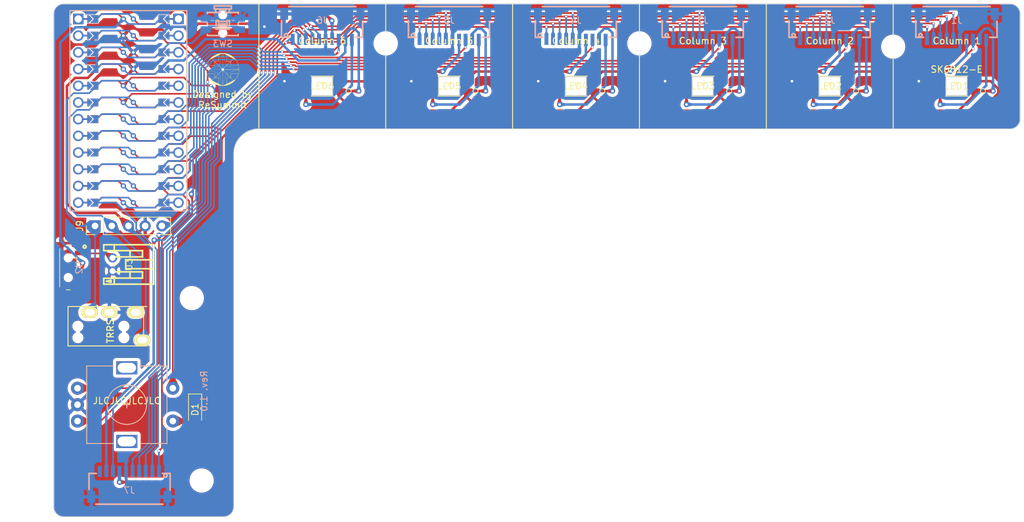
<source format=kicad_pcb>
(kicad_pcb (version 20221018) (generator pcbnew)
  (layers (0 "F.Cu" signal) (31 "B.Cu" signal) (34 "B.Paste" user) (35 "F.Paste" user) (36 "B.SilkS" user "B.Silkscreen") (37 "F.SilkS" user "F.Silkscreen") (38 "B.Mask" user) (39 "F.Mask" user) (44 "Edge.Cuts" user))
  (net 0 "")
  (net 1 "GND")
  (net 2 "/Row1")
  (net 3 "/Row2")
  (net 4 "/Row3")
  (net 5 "/Row4")
  (net 6 "/V+")
  (net 7 "SCL")
  (net 8 "SDA")
  (net 9 "/RGB_In1")
  (net 10 "/Col_In1")
  (net 11 "/Col_In2")
  (net 12 "/Col_In3")
  (net 13 "/Col_In4")
  (net 14 "/Col_In5")
  (net 15 "/Col_In6")
  (net 16 "/V_bat")
  (net 17 "RESET")
  (net 18 "ENCA")
  (net 19 "ENCB")
  (net 20 "/RGB_Out1")
  (net 21 "/RGB_In2")
  (net 22 "/RGB_Out2")
  (net 23 "/RGB_In3")
  (net 24 "/RGB_Out3")
  (net 25 "/RGB_In4")
  (net 26 "/RGB_Out4")
  (net 27 "/RGB_In5")
  (net 28 "/RGB_Out5")
  (net 29 "/RGB_In6")
  (net 30 "/RGB_Out6")
  (net 32 "/RGB_In7")
  (net 33 "Net-(U2-PadL2)")
  (net 34 "Net-(D1-A)")
  (net 35 "CS")
  (net 36 "/Col_InT")
  (net 37 "/RGB_Out7")
  (net 38 "/Row5")
  (footprint "Seismos-libs:Hole_M3_3.2mm" (layer "F.Cu") (at 51 64.75)
    (fp_text reference "")
    (fp_text value "Hole_M3_3.2mm")
  )
  (footprint "Seismos-libs:RotaryEncoder_Alps_EC11E-Switch_Vertical_H20mm-keebio_modified" (layer "F.Cu") (at 41.11 80.96)
    (fp_text reference "SW1" hide)
    (fp_text value "RotaryEncoder_Switch")
  )
  (footprint "Seismos-libs:MJ-4PP-9" (layer "F.Cu") (at 32.17 69.025 90)
    (fp_text reference "J8")
    (fp_text value "MJ-4PP-9-Lily58" hide)
  )
  (footprint "Connector_PinHeader_2.54mm:PinHeader_1x05_P2.54mm_Vertical" (layer "F.Cu") (at 36.284 53.766 90)
    (fp_text reference "J9")
    (fp_text value "Conn_01x05_Pin")
  )
  (footprint "Seismos-libs:SW_PCM12SMTR" (layer "F.Cu") (at 32.2 60.132 -90)
    (fp_text reference "U2")
    (fp_text value "MSK-12C02_SMD_SPDT_SWITCH")
  )
  (footprint "Seismos-libs:CONN-TH_S2B-PH-K-S-GW" (layer "F.Cu") (at 38.9495 59.632 -90)
    (fp_text reference "U3")
    (fp_text value "S2B-PH-K-S-GW")
  )
  (footprint "Seismos-libs:Hole_M3_3.2mm" (layer "F.Cu") (at 80.5 26)
    (fp_text reference "")
    (fp_text value "Hole_M3_3.2mm")
  )
  (footprint "keyboard_reversible:ProMicro" (layer "F.Cu") (at 41.35 36.256 -90)
    (fp_text reference "U1" hide)
    (fp_text value "ProMicro_2-Lily58-cache-Lily58_Pro-rescue")
  )
  (footprint "Seismos-libs:Hole_M3_3.2mm" (layer "F.Cu") (at 157.7 26.5)
    (fp_text reference "")
    (fp_text value "Hole_M3_3.2mm")
  )
  (footprint "Seismos-libs:Hole_M3_3.2mm" (layer "F.Cu") (at 52.5 92.5 180)
    (fp_text reference "")
    (fp_text value "Hole_M3_3.2mm")
  )
  (footprint "Seismos-libs:ReSummit_Logo" (layer "F.Cu") (at 55.7 29.975)
    (fp_text reference "G***" hide)
    (fp_text value "LOGO" hide)
  )
  (footprint "Seismos-libs:Hole_M3_3.2mm" (layer "F.Cu") (at 119.1 26)
    (fp_text reference "")
    (fp_text value "Hole_M3_3.2mm")
  )
  (footprint "Diode_SMD:D_SOD-123" (layer "F.Cu") (at 51.5 81.7 -90)
    (fp_text reference "D1")
    (fp_text value "1N4148W")
  )
  (footprint "Seismos-libs:SK6812-E" (layer "B.Cu") (at 70.85 32.5)
    (fp_text reference "LED6")
    (fp_text value "SK6812-E")
    (fp_rect (start -1.6256 1.4224) (end 1.5748 -1.4224) (stroke (width 0.12)) (fill none) (layer "Edge.Cuts"))
  )
  (footprint "Seismos-libs:SK6812-E" (layer "B.Cu") (at 167.35 32.5)
    (fp_text reference "LED1")
    (fp_text value "SK6812-E")
    (fp_rect (start -1.6256 1.4224) (end 1.5748 -1.4224) (stroke (width 0.12)) (fill none) (layer "Edge.Cuts"))
  )
  (footprint "Seismos-libs:CONN-SMD_10P-P1.00_SM10B-SRSS-TB-LF-SN" (layer "B.Cu") (at 70.85 21.5)
    (fp_text reference "J6")
    (fp_text value "SM09B-SRSS-TB(LF)(SN)")
  )
  (footprint "Seismos-libs:SK6812-E" (layer "B.Cu") (at 128.75 32.5)
    (fp_text reference "LED3")
    (fp_text value "SK6812-E")
    (fp_rect (start -1.6256 1.4224) (end 1.5748 -1.4224) (stroke (width 0.12)) (fill none) (layer "Edge.Cuts"))
  )
  (footprint "Seismos-libs:SK6812-E" (layer "B.Cu") (at 109.45 32.5)
    (fp_text reference "LED4")
    (fp_text value "SK6812-E")
    (fp_rect (start -1.6256 1.4224) (end 1.5748 -1.4224) (stroke (width 0.12)) (fill none) (layer "Edge.Cuts"))
  )
  (footprint "Seismos-libs:CONN-SMD_10P-P1.00_SM10B-SRSS-TB-LF-SN" (layer "B.Cu") (at 90.15 21.5)
    (fp_text reference "J5")
    (fp_text value "SM09B-SRSS-TB(LF)(SN)")
  )
  (footprint "Seismos-libs:SW-SMD_EVQPUD02K" (layer "B.Cu") (at 55.7125 23.0495 90)
    (fp_text reference "SW3")
    (fp_text value "EVQPUC02K")
  )
  (footprint "Seismos-libs:CONN-SMD_10P-P1.00_SM10B-SRSS-TB-LF-SN" (layer "B.Cu") (at 41.5 95 180)
    (fp_text reference "J7")
    (fp_text value "SM09B-SRSS-TB(LF)(SN)")
  )
  (footprint "Seismos-libs:SK6812-E" (layer "B.Cu") (at 148.05 32.5)
    (fp_text reference "LED2")
    (fp_text value "SK6812-E")
    (fp_rect (start -1.6256 1.4224) (end 1.5748 -1.4224) (stroke (width 0.12)) (fill none) (layer "Edge.Cuts"))
  )
  (footprint "Seismos-libs:CONN-SMD_10P-P1.00_SM10B-SRSS-TB-LF-SN" (layer "B.Cu") (at 167.35 21.5)
    (fp_text reference "J1")
    (fp_text value "SM09B-SRSS-TB(LF)(SN)")
  )
  (footprint "Seismos-libs:CONN-SMD_10P-P1.00_SM10B-SRSS-TB-LF-SN" (layer "B.Cu") (at 128.75 21.5)
    (fp_text reference "J3")
    (fp_text value "SM09B-SRSS-TB(LF)(SN)")
  )
  (footprint "Seismos-libs:CONN-SMD_10P-P1.00_SM10B-SRSS-TB-LF-SN" (layer "B.Cu") (at 109.45 21.5)
    (fp_text reference "J4")
    (fp_text value "SM09B-SRSS-TB(LF)(SN)")
  )
  (footprint "Seismos-libs:SK6812-E" (layer "B.Cu") (at 90.15 32.5)
    (fp_text reference "LED5")
    (fp_text value "SK6812-E")
    (fp_rect (start -1.6256 1.4224) (end 1.5748 -1.4224) (stroke (width 0.12)) (fill none) (layer "Edge.Cuts"))
  )
  (footprint "Seismos-libs:CONN-SMD_10P-P1.00_SM10B-SRSS-TB-LF-SN" (layer "B.Cu") (at 148.05 21.5)
    (fp_text reference "J2")
    (fp_text value "SM09B-SRSS-TB(LF)(SN)")
  )
  (gr_line (start 61.2 20) (end 61.2 39) (stroke (width 0.15)) (layer "F.SilkS"))
  (gr_line (start 80.5 20) (end 80.5 39) (stroke (width 0.15)) (layer "F.SilkS"))
  (gr_line (start 119.1 20) (end 119.1 39) (stroke (width 0.15)) (layer "F.SilkS"))
  (gr_line (start 99.8 20) (end 99.8 39) (stroke (width 0.15)) (layer "F.SilkS"))
  (gr_line (start 157.7 20) (end 157.7 39) (stroke (width 0.15)) (layer "F.SilkS"))
  (gr_line (start 138.4 20) (end 138.4 39) (stroke (width 0.15)) (layer "F.SilkS"))
  (gr_line (start 57.366 96.5) (end 57.366 42.81) (stroke (width 0.1)) (layer "Edge.Cuts"))
  (gr_line (start 55.866 98) (end 31.5 98) (stroke (width 0.1)) (layer "Edge.Cuts"))
  (gr_line (start 30 96.5) (end 30 21.5) (stroke (width 0.1)) (layer "Edge.Cuts"))
  (gr_arc (start 30 21.5) (mid 30.43934 20.43934) (end 31.5 20) (stroke (width 0.1)) (layer "Edge.Cuts"))
  (gr_arc (start 57.366 96.5) (mid 56.92666 97.56066) (end 55.866 98) (stroke (width 0.1)) (layer "Edge.Cuts"))
  (gr_line (start 175.5 39) (end 61.176 39) (stroke (width 0.1)) (layer "Edge.Cuts"))
  (gr_arc (start 177 37.5) (mid 176.56066 38.56066) (end 175.5 39) (stroke (width 0.1)) (layer "Edge.Cuts"))
  (gr_arc (start 175.5 20) (mid 176.56066 20.43934) (end 177 21.5) (stroke (width 0.1)) (layer "Edge.Cuts"))
  (gr_arc (start 31.5 98) (mid 30.43934 97.56066) (end 30 96.5) (stroke (width 0.1)) (layer "Edge.Cuts"))
  (gr_arc (start 57.366 42.81) (mid 58.481923 40.115923) (end 61.176 39) (stroke (width 0.1)) (layer "Edge.Cuts"))
  (gr_line (start 31.5 20) (end 175.5 20) (stroke (width 0.1)) (layer "Edge.Cuts"))
  (gr_line (start 177 21.5) (end 177 37.5) (stroke (width 0.1)) (layer "Edge.Cuts"))
  (gr_text "Rev. 1.0" (at 53.45 78.9 90) (layer "B.SilkS") (effects (font (size 1 1)) (justify bottom mirror)))
  (gr_text "Column 4" (at 109.45 26.2) (layer "F.SilkS") (effects (font (size 1 1)) (justify bottom)))
  (gr_text "Column 5" (at 90.15 26.2) (layer "F.SilkS") (effects (font (size 1 1)) (justify bottom)))
  (gr_text "Column 2" (at 148.05 26.2) (layer "F.SilkS") (effects (font (size 1 1)) (justify bottom)))
  (gr_text "Column 3" (at 128.75 26.2) (layer "F.SilkS") (effects (font (size 1 1)) (justify bottom)))
  (gr_text "Column 1" (at 167.35 26.2) (layer "F.SilkS") (effects (font (size 1 1)) (justify bottom)))
  (gr_text "Column 6" (at 70.85 26.2) (layer "F.SilkS") (effects (font (size 1 1)) (justify bottom)))
  (gr_text "JLCJLCJLCJLC" (at 41.11 80.96) (layer "F.SilkS") (effects (font (size 1 1)) (justify bottom)))
  (gr_text "Designed by\nReSummit" (at 55.675 35.95) (layer "F.SilkS") (effects (font (size 1 1)) (justify bottom)))
  (segment (start 35.6495 63.932) (end 33.325 63.932) (width 0.381) (layer "F.Cu") (net 1))
  (segment (start 164.8474 31.75) (end 164.8481 31.7507) (width 0.381) (layer "F.Cu") (net 1))
  (segment (start 68.3474 31.75) (end 68.3481 31.7507) (width 0.381) (layer "F.Cu") (net 1))
  (segment (start 31.075 56.382) (end 31.075 63.882) (width 0.381) (layer "F.Cu") (net 1))
  (segment (start 31.8 75.6) (end 31.8 79.15) (width 0.381) (layer "F.Cu") (net 1))
  (segment (start 145.5474 31.75) (end 145.5481 31.7507) (width 0.381) (layer "F.Cu") (net 1))
  (segment (start 84.4 31.75) (end 87.6474 31.75) (width 0.381) (layer "F.Cu") (net 1))
  (segment (start 33.8 73.6) (end 31.8 75.6) (width 0.381) (layer "F.Cu") (net 1))
  (segment (start 38.9495 60.632) (end 35.6495 63.932) (width 0.381) (layer "F.Cu") (net 1))
  (segment (start 65.1 31.75) (end 68.3474 31.75) (width 0.381) (layer "F.Cu") (net 1))
  (segment (start 43.904 53.766) (end 43.904 55.6775) (width 0.381) (layer "F.Cu") (net 1))
  (segment (start 42.6635 55.0065) (end 34.6065 55.0065) (width 0.381) (layer "F.Cu") (net 1))
  (segment (start 33.325 56.332) (end 43.2495 56.332) (width 0.381) (layer "F.Cu") (net 1))
  (segment (start 106.9474 31.75) (end 106.9481 31.7507) (width 0.381) (layer "F.Cu") (net 1))
  (segment (start 43.904 53.766) (end 42.6635 55.0065) (width 0.381) (layer "F.Cu") (net 1))
  (segment (start 43.2495 56.332) (end 43.904 55.6775) (width 0.381) (layer "F.Cu") (net 1))
  (segment (start 31.8 79.15) (end 33.61 80.96) (width 0.381) (layer "F.Cu") (net 1))
  (segment (start 33.95 62.997) (end 33.165 63.782) (width 0.381) (layer "F.Cu") (net 1))
  (segment (start 31.125 63.932) (end 31.075 63.882) (width 0.381) (layer "F.Cu") (net 1))
  (segment (start 38.47 71.125) (end 35.995 73.6) (width 0.381) (layer "F.Cu") (net 1))
  (segment (start 123 31.75) (end 126.2474 31.75) (width 0.381) (layer "F.Cu") (net 1))
  (segment (start 43.904 55.6775) (end 38.9495 60.632) (width 0.381) (layer "F.Cu") (net 1))
  (segment (start 33.95 62.382) (end 33.95 62.997) (width 0.381) (layer "F.Cu") (net 1))
  (segment (start 38.47 61.1115) (end 38.9495 60.632) (width 0.381) (layer "F.Cu") (net 1))
  (segment (start 31.4 28.012378) (end 33.236878 26.1755) (width 0.381) (layer "F.Cu") (net 1))
  (segment (start 161.6 31.75) (end 164.8474 31.75) (width 0.381) (layer "F.Cu") (net 1))
  (segment (start 38.47 71.125) (end 38.47 61.1115) (width 0.381) (layer "F.Cu") (net 1))
  (segment (start 34.6065 55.0065) (end 31.4 51.8) (width 0.381) (layer "F.Cu") (net 1))
  (segment (start 33.325 63.932) (end 31.125 63.932) (width 0.381) (layer "F.Cu") (net 1))
  (segment (start 87.6474 31.75) (end 87.6481 31.7507) (width 0.381) (layer "F.Cu") (net 1))
  (segment (start 33.236878 26.1755) (end 35.1745 26.1755) (width 0.381) (layer "F.Cu") (net 1))
  (segment (start 35.995 73.6) (end 33.8 73.6) (width 0.381) (layer "F.Cu") (net 1))
  (segment (start 126.2474 31.75) (end 126.2481 31.7507) (width 0.381) (layer "F.Cu") (net 1))
  (segment (start 31.4 51.8) (end 31.4 28.012378) (width 0.381) (layer "F.Cu") (net 1))
  (segment (start 103.7 31.75) (end 106.9474 31.75) (width 0.381) (layer "F.Cu") (net 1))
  (segment (start 33.275 56.382) (end 33.325 56.332) (width 0.381) (layer "F.Cu") (net 1))
  (segment (start 142.3 31.75) (end 145.5474 31.75) (width 0.381) (layer "F.Cu") (net 1))
  (segment (start 31.075 56.382) (end 33.275 56.382) (width 0.381) (layer "F.Cu") (net 1))
  (segment (start 35.1745 26.1755) (end 36.524 24.826) (width 0.381) (layer "F.Cu") (net 1))
  (via (at 161.6 31.75) (size 0.8) (drill 0.4) (layers "F.Cu" "B.Cu") (net 1))
  (via (at 65.1 31.75) (size 0.8) (drill 0.4) (layers "F.Cu" "B.Cu") (net 1))
  (via (at 62.05 23.45) (size 0.8) (drill 0.4) (layers "F.Cu" "B.Cu") (net 1))
  (via (at 123 31.75) (size 0.8) (drill 0.4) (layers "F.Cu" "B.Cu") (net 1))
  (via (at 55.7 29.975) (size 0.8) (drill 0.4) (layers "F.Cu" "B.Cu") (net 1))
  (via (at 70.05 22.5) (size 0.8) (drill 0.4) (layers "F.Cu" "B.Cu") (net 1))
  (via (at 84.4 31.75) (size 0.8) (drill 0.4) (layers "F.Cu" "B.Cu") (net 1))
  (via (at 103.7 31.75) (size 0.8) (drill 0.4) (layers "F.Cu" "B.Cu") (net 1))
  (via (at 142.3 31.75) (size 0.8) (drill 0.4) (layers "F.Cu" "B.Cu") (net 1))
  (segment (start 51.8005 22.1995) (end 50.5235 23.4765) (width 0.381) (layer "B.Cu") (net 1))
  (segment (start 50.5235 23.4765) (end 47.5255 23.4765) (width 0.381) (layer "B.Cu") (net 1))
  (segment (start 167.85 25.385) (end 167.85 24.535) (width 0.381) (layer "B.Cu") (net 1))
  (segment (start 84.35 21.51) (end 84.35 31.7) (width 0.381) (layer "B.Cu") (net 1))
  (segment (start 142.25 21.51) (end 142.25 31.7) (width 0.381) (layer "B.Cu") (net 1))
  (segment (start 53.6125 22.6995) (end 53.1125 22.1995) (width 0.381) (layer "B.Cu") (net 1))
  (segment (start 59.712 20.8) (end 152.85 20.8) (width 0.381) (layer "B.Cu") (net 1))
  (segment (start 38.9 95) (end 46.8 95) (width 0.381) (layer "B.Cu") (net 1))
  (segment (start 40.588 25.842) (end 42.112 27.366) (width 0.381) (layer "B.Cu") (net 1))
  (segment (start 71.35 23.8) (end 70.05 22.5) (width 0.381) (layer "B.Cu") (net 1))
  (segment (start 40.588 24.826) (end 40.588 25.842) (width 0.381) (layer "B.Cu") (net 1))
  (segment (start 32.2195 82.3505) (end 33.61 80.96) (width 0.381) (layer "B.Cu") (net 1))
  (segment (start 51.8005 22.1995) (end 53.1125 22.1995) (width 0.381) (layer "B.Cu") (net 1))
  (segment (start 167.85 24.535) (end 171.585 20.8) (width 0.381) (layer "B.Cu") (net 1))
  (segment (start 171.585 20.8) (end 172.15 20.8) (width 0.381) (layer "B.Cu") (net 1))
  (segment (start 132.985 20.8) (end 133.55 20.8) (width 0.381) (layer "B.Cu") (net 1))
  (segment (start 148.55 24.535) (end 152.285 20.8) (width 0.381) (layer "B.Cu") (net 1))
  (segment (start 58.3125 22.1995) (end 59.712 20.8) (width 0.381) (layer "B.Cu") (net 1))
  (segment (start 41 91.115) (end 41 93.35) (width 0.381) (layer "B.Cu") (net 1))
  (segment (start 84.35 31.7) (end 84.4 31.75) (width 0.381) (layer "B.Cu") (net 1))
  (segment (start 109.95 25.385) (end 109.95 24.535) (width 0.381) (layer "B.Cu") (net 1))
  (segment (start 113.685 20.8) (end 114.25 20.8) (width 0.381) (layer "B.Cu") (net 1))
  (segment (start 36.2 95) (end 38.9 95) (width 0.381) (layer "B.Cu") (net 1))
  (segment (start 129.25 24.535) (end 132.985 20.8) (width 0.381) (layer "B.Cu") (net 1))
  (segment (start 161.55 31.7) (end 161.6 31.75) (width 0.381) (layer "B.Cu") (net 1))
  (segment (start 161.55 21.51) (end 161.55 31.7) (width 0.381) (layer "B.Cu") (net 1))
  (segment (start 122.95 31.7) (end 123 31.75) (width 0.381) (layer "B.Cu") (net 1))
  (segment (start 90.65 25.385) (end 90.65 24.535) (width 0.381) (layer "B.Cu") (net 1))
  (segment (start 41 93.35) (end 39.35 95) (width 0.381) (layer "B.Cu") (net 1))
  (segment (start 152.85 20.8) (end 172.44 20.8) (width 0.381) (layer "B.Cu") (net 1))
  (segment (start 172.44 20.8) (end 173.15 21.51) (width 0.381) (layer "B.Cu") (net 1))
  (segment (start 148.55 25.385) (end 148.55 24.535) (width 0.381) (layer "B.Cu") (net 1))
  (segment (start 122.95 21.51) (end 122.95 31.7) (width 0.381) (layer "B.Cu") (net 1))
  (segment (start 103.65 21.51) (end 103.65 31.7) (width 0.381) (layer "B.Cu") (net 1))
  (segment (start 94.385 20.8) (end 94.95 20.8) (width 0.381) (layer "B.Cu") (net 1))
  (segment (start 152.285 20.8) (end 152.85 20.8) (width 0.381) (layer "B.Cu") (net 1))
  (segment (start 58.6095 22.54) (end 58.95 22.1995) (width 0.381) (layer "B.Cu") (net 1))
  (segment (start 36.524 27.366) (end 36.524 29.906) (width 0.381) (layer "B.Cu") (net 1))
  (segment (start 57.8125 22.6995) (end 53.6125 22.6995) (width 0.381) (layer "B.Cu") (net 1))
  (segment (start 58.3125 22.1995) (end 57.8125 22.6995) (width 0.381) (layer "B.Cu") (net 1))
  (segment (start 65.05 31.7) (end 65.1 31.75) (width 0.381) (layer "B.Cu") (net 1))
  (segment (start 90.65 24.535) (end 94.385 20.8) (width 0.381) (layer "B.Cu") (net 1))
  (segment (start 36.2 95) (end 32.2195 91.0195) (width 0.381) (layer "B.Cu") (net 1))
  (segment (start 71.35 25.385) (end 71.35 23.8) (width 0.381) (layer "B.Cu") (net 1))
  (segment (start 142.25 31.7) (end 142.3 31.75) (width 0.381) (layer "B.Cu") (net 1))
  (segment (start 129.25 25.385) (end 129.25 24.535) (width 0.381) (layer "B.Cu") (net 1))
  (segment (start 103.65 31.7) (end 103.7 31.75) (width 0.381) (layer "B.Cu") (net 1))
  (segment (start 32.2195 91.0195) (end 32.2195 82.3505) (width 0.381) (layer "B.Cu") (net 1))
  (segment (start 39.35 95) (end 38.9 95) (width 0.381) (layer "B.Cu") (net 1))
  (segment (start 47.5255 23.4765) (end 46.176 24.826) (width 0.381) (layer "B.Cu") (net 1))
  (segment (start 109.95 24.535) (end 113.685 20.8) (width 0.381) (layer "B.Cu") (net 1))
  (segment (start 69.125552 23.397) (end 69.127368 23.395184) (width 0.254) (layer "F.Cu") (net 2))
  (segment (start 73.736608 23.395184) (end 75.741792 21.39) (width 0.254) (layer "F.Cu") (net 2))
  (segment (start 69.127368 23.395184) (end 73.736608 23.395184) (width 0.254) (layer "F.Cu") (net 2))
  (segment (start 68.262068 22.533516) (end 66.020983 22.533516) (width 0.254) (layer "F.Cu") (net 2))
  (segment (start 66.020983 22.533516) (end 61.601491 26.95301) (width 0.254) (layer "F.Cu") (net 2))
  (segment (start 61.601491 30.672353) (end 55.973844 36.3) (width 0.254) (layer "F.Cu") (net 2))
  (segment (start 69.125552 23.397) (end 68.262068 22.533516) (width 0.254) (layer "F.Cu") (net 2))
  (segment (start 47.402 36.3) (end 46.176 37.526) (width 0.254) (layer "F.Cu") (net 2))
  (segment (start 61.601491 26.95301) (end 61.601491 30.441891) (width 0.254) (layer "F.Cu") (net 2))
  (segment (start 166.85 21.39) (end 147.55 21.39) (width 0.254) (layer "F.Cu") (net 2))
  (segment (start 108.95 21.39) (end 89.65 21.39) (width 0.254) (layer "F.Cu") (net 2))
  (segment (start 61.601491 30.441891) (end 61.601491 30.672353) (width 0.254) (layer "F.Cu") (net 2))
  (segment (start 55.973844 36.3) (end 47.402 36.3) (width 0.254) (layer "F.Cu") (net 2))
  (segment (start 75.741792 21.39) (end 89.65 21.39) (width 0.254) (layer "F.Cu") (net 2))
  (segment (start 147.55 21.39) (end 128.25 21.39) (width 0.254) (layer "F.Cu") (net 2))
  (segment (start 128.25 21.39) (end 108.95 21.39) (width 0.254) (layer "F.Cu") (net 2))
  (via (at 108.95 21.39) (size 0.4) (drill 0.3) (layers "F.Cu" "B.Cu") (net 2))
  (via (at 147.55 21.39) (size 0.4) (drill 0.3) (layers "F.Cu" "B.Cu") (net 2))
  (via (at 61.601491 30.441891) (size 0.4) (drill 0.3) (layers "F.Cu" "B.Cu") (net 2))
  (via (at 69.125552 23.397) (size 0.4) (drill 0.3) (layers "F.Cu" "B.Cu") (net 2))
  (via (at 89.65 21.39) (size 0.4) (drill 0.3) (layers "F.Cu" "B.Cu") (net 2))
  (via (at 166.85 21.39) (size 0.4) (drill 0.3) (layers "F.Cu" "B.Cu") (net 2))
  (via (at 128.25 21.39) (size 0.4) (drill 0.3) (layers "F.Cu" "B.Cu") (net 2))
  (segment (start 147.55 25.385) (end 147.55 21.39) (width 0.254) (layer "B.Cu") (net 2))
  (segment (start 53.016 44.006133) (end 54.032 42.990138) (width 0.254) (layer "B.Cu") (net 2))
  (segment (start 42 89.25) (end 44.5 86.75) (width 0.254) (layer "B.Cu") (net 2))
  (segment (start 46.2 75.024908) (end 46.2 57.138239) (width 0.254) (layer "B.Cu") (net 2))
  (segment (start 108.95 25.385) (end 108.95 21.39) (width 0.254) (layer "B.Cu") (net 2))
  (segment (start 53.016 50.322239) (end 53.016 44.006133) (width 0.254) (layer "B.Cu") (net 2))
  (segment (start 128.25 25.385) (end 128.25 21.39) (width 0.254) (layer "B.Cu") (net 2))
  (segment (start 54.032 38.241844) (end 61.601491 30.672353) (width 0.254) (layer "B.Cu") (net 2))
  (segment (start 70.35 24.621448) (end 70.35 25.385) (width 0.254) (layer "B.Cu") (net 2))
  (segment (start 44.5 86.75) (end 44.5 76.724908) (width 0.254) (layer "B.Cu") (net 2))
  (segment (start 44.5 76.724908) (end 46.2 75.024908) (width 0.254) (layer "B.Cu") (net 2))
  (segment (start 89.65 25.385) (end 89.65 21.39) (width 0.254) (layer "B.Cu") (net 2))
  (segment (start 61.601491 30.672353) (end 61.601491 30.441891) (width 0.254) (layer "B.Cu") (net 2))
  (segment (start 54.032 42.990138) (end 54.032 38.241844) (width 0.254) (layer "B.Cu") (net 2))
  (segment (start 166.85 25.385) (end 166.85 21.39) (width 0.254) (layer "B.Cu") (net 2))
  (segment (start 69.125552 23.397) (end 70.35 24.621448) (width 0.254) (layer "B.Cu") (net 2))
  (segment (start 42 91.115) (end 42 89.25) (width 0.254) (layer "B.Cu") (net 2))
  (segment (start 46.2 57.138239) (end 53.016 50.322239) (width 0.254) (layer "B.Cu") (net 2))
  (segment (start 75.857344 21.9165) (end 88.65 21.9165) (width 0.254) (layer "F.Cu") (net 3))
  (segment (start 146.55 21.9165) (end 165.85 21.9165) (width 0.254) (layer "F.Cu") (net 3))
  (segment (start 47.442 38.8) (end 46.176 40.066) (width 0.254) (layer "F.Cu") (net 3))
  (segment (start 66.209036 22.987516) (end 62.200994 26.995559) (width 0.254) (layer "F.Cu") (net 3))
  (segment (start 107.95 21.9165) (end 127.25 21.9165) (width 0.254) (layer "F.Cu") (net 3))
  (segment (start 68.5515 23.6485) (end 68.8265 23.9235) (width 0.254) (layer "F.Cu") (net 3))
  (segment (start 68.5515 23.6485) (end 67.890516 22.987516) (width 0.254) (layer "F.Cu") (net 3))
  (segment (start 68.8265 23.9235) (end 73.850344 23.9235) (width 0.254) (layer "F.Cu") (net 3))
  (segment (start 67.890516 22.987516) (end 66.209036 22.987516) (width 0.254) (layer "F.Cu") (net 3))
  (segment (start 62.200994 26.995559) (end 62.200994 30.441891) (width 0.254) (layer "F.Cu") (net 3))
  (segment (start 73.850344 23.9235) (end 75.857344 21.9165) (width 0.254) (layer "F.Cu") (net 3))
  (segment (start 54.115896 38.8) (end 47.442 38.8) (width 0.254) (layer "F.Cu") (net 3))
  (segment (start 127.25 21.9165) (end 146.55 21.9165) (width 0.254) (layer "F.Cu") (net 3))
  (segment (start 62.200994 30.714902) (end 54.115896 38.8) (width 0.254) (layer "F.Cu") (net 3))
  (segment (start 62.200994 30.441891) (end 62.200994 30.714902) (width 0.254) (layer "F.Cu") (net 3))
  (segment (start 88.65 21.9165) (end 107.95 21.9165) (width 0.254) (layer "F.Cu") (net 3))
  (via (at 107.95 21.9165) (size 0.4) (drill 0.3) (layers "F.Cu" "B.Cu") (net 3))
  (via (at 62.200994 30.441891) (size 0.4) (drill 0.3) (layers "F.Cu" "B.Cu") (net 3))
  (via (at 68.5515 23.6485) (size 0.4) (drill 0.3) (layers "F.Cu" "B.Cu") (net 3))
  (via (at 88.65 21.9165) (size 0.4) (drill 0.3) (layers "F.Cu" "B.Cu") (net 3))
  (via (at 127.25 21.9165) (size 0.4) (drill 0.3) (layers "F.Cu" "B.Cu") (net 3))
  (via (at 165.85 21.9165) (size 0.4) (drill 0.3) (layers "F.Cu" "B.Cu") (net 3))
  (via (at 146.55 21.9165) (size 0.4) (drill 0.3) (layers "F.Cu" "B.Cu") (net 3))
  (segment (start 62.200994 30.714902) (end 54.486 38.429896) (width 0.254) (layer "B.Cu") (net 3))
  (segment (start 46.654 75.21296) (end 44.954 76.91296) (width 0.254) (layer "B.Cu") (net 3))
  (segment (start 44.954 76.91296) (end 44.954 86.938052) (width 0.254) (layer "B.Cu") (net 3))
  (segment (start 146.55 25.385) (end 146.55 21.9165) (width 0.254) (layer "B.Cu") (net 3))
  (segment (start 54.486 38.429896) (end 54.486 43.178191) (width 0.254) (layer "B.Cu") (net 3))
  (segment (start 68.5515 23.6485) (end 69.35 24.447) (width 0.254) (layer "B.Cu") (net 3))
  (segment (start 44.954 86.938052) (end 43 88.892052) (width 0.254) (layer "B.Cu") (net 3))
  (segment (start 62.200994 30.441891) (end 62.200994 30.714902) (width 0.254) (layer "B.Cu") (net 3))
  (segment (start 53.47 50.510291) (end 46.654 57.326291) (width 0.254) (layer "B.Cu") (net 3))
  (segment (start 43 88.892052) (end 43 91.115) (width 0.254) (layer "B.Cu") (net 3))
  (segment (start 88.65 25.385) (end 88.65 21.9165) (width 0.254) (layer "B.Cu") (net 3))
  (segment (start 165.85 25.385) (end 165.85 21.9165) (width 0.254) (layer "B.Cu") (net 3))
  (segment (start 69.35 24.447) (end 69.35 25.385) (width 0.254) (layer "B.Cu") (net 3))
  (segment (start 107.95 25.385) (end 107.95 21.9165) (width 0.254) (layer "B.Cu") (net 3))
  (segment (start 53.47 44.194191) (end 53.47 50.510291) (width 0.254) (layer "B.Cu") (net 3))
  (segment (start 127.25 25.385) (end 127.25 21.9165) (width 0.254) (layer "B.Cu") (net 3))
  (segment (start 46.654 57.326291) (end 46.654 75.21296) (width 0.254) (layer "B.Cu") (net 3))
  (segment (start 54.486 43.178191) (end 53.47 44.194191) (width 0.254) (layer "B.Cu") (net 3))
  (segment (start 75.972896 22.443) (end 87.65 22.443) (width 0.254) (layer "F.Cu") (net 4))
  (segment (start 47.482 41.3) (end 46.176 42.606) (width 0.254) (layer "F.Cu") (net 4))
  (segment (start 62.800497 30.757451) (end 53.442129 40.115819) (width 0.254) (layer "F.Cu") (net 4))
  (segment (start 62.800497 27.038108) (end 62.800497 30.441891) (width 0.254) (layer "F.Cu") (net 4))
  (segment (start 69.348238 25.3) (end 73.115896 25.3) (width 0.254) (layer "F.Cu") (net 4))
  (segment (start 53.442129 40.115819) (end 50.8 40.115819) (width 0.254) (layer "F.Cu") (net 4))
  (segment (start 145.55 22.443) (end 126.25 22.443) (width 0.254) (layer "F.Cu") (net 4))
  (segment (start 67.999119 23.950881) (end 69.348238 25.3) (width 0.254) (layer "F.Cu") (net 4))
  (segment (start 73.115896 25.3) (end 75.972896 22.443) (width 0.254) (layer "F.Cu") (net 4))
  (segment (start 67.999119 23.950881) (end 67.489754 23.441516) (width 0.254) (layer "F.Cu") (net 4))
  (segment (start 49.615819 41.3) (end 47.482 41.3) (width 0.254) (layer "F.Cu") (net 4))
  (segment (start 62.800497 27.038108) (end 66.397088 23.441516) (width 0.254) (layer "F.Cu") (net 4))
  (segment (start 50.8 40.115819) (end 49.615819 41.3) (width 0.254) (layer "F.Cu") (net 4))
  (segment (start 126.25 22.443) (end 106.95 22.443) (width 0.254) (layer "F.Cu") (net 4))
  (segment (start 164.85 22.443) (end 145.55 22.443) (width 0.254) (layer "F.Cu") (net 4))
  (segment (start 67.489754 23.441516) (end 66.397088 23.441516) (width 0.254) (layer "F.Cu") (net 4))
  (segment (start 62.800497 30.757451) (end 62.800497 30.441891) (width 0.254) (layer "F.Cu") (net 4))
  (segment (start 106.95 22.443) (end 87.65 22.443) (width 0.254) (layer "F.Cu") (net 4))
  (via (at 62.800497 30.441891) (size 0.4) (drill 0.3) (layers "F.Cu" "B.Cu") (net 4))
  (via (at 164.85 22.443) (size 0.4) (drill 0.3) (layers "F.Cu" "B.Cu") (net 4))
  (via (at 106.95 22.443) (size 0.4) (drill 0.3) (layers "F.Cu" "B.Cu") (net 4))
  (via (at 145.55 22.443) (size 0.4) (drill 0.3) (layers "F.Cu" "B.Cu") (net 4))
  (via (at 126.25 22.443) (size 0.4) (drill 0.3) (layers "F.Cu" "B.Cu") (net 4))
  (via (at 87.65 22.443) (size 0.4) (drill 0.3) (layers "F.Cu" "B.Cu") (net 4))
  (via (at 67.999119 23.950881) (size 0.4) (drill 0.3) (layers "F.Cu" "B.Cu") (net 4))
  (segment (start 53.924 44.382243) (end 53.924 50.698343) (width 0.254) (layer "B.Cu") (net 4))
  (segment (start 44 88.534104) (end 44 91.115) (width 0.254) (layer "B.Cu") (net 4))
  (segment (start 54.94 38.617948) (end 54.94 43.366244) (width 0.254) (layer "B.Cu") (net 4))
  (segment (start 87.65 25.385) (end 87.65 22.443) (width 0.254) (layer "B.Cu") (net 4))
  (segment (start 47.2 57.422343) (end 47.2 75.309012) (width 0.254) (layer "B.Cu") (net 4))
  (segment (start 45.408 77.101012) (end 45.408 87.126104) (width 0.254) (layer "B.Cu") (net 4))
  (segment (start 62.800497 30.757451) (end 54.94 38.617948) (width 0.254) (layer "B.Cu") (net 4))
  (segment (start 164.85 25.385) (end 164.85 22.443) (width 0.254) (layer "B.Cu") (net 4))
  (segment (start 106.95 25.385) (end 106.95 22.443) (width 0.254) (layer "B.Cu") (net 4))
  (segment (start 53.924 50.698343) (end 47.2 57.422343) (width 0.254) (layer "B.Cu") (net 4))
  (segment (start 54.94 43.366244) (end 53.924 44.382243) (width 0.254) (layer "B.Cu") (net 4))
  (segment (start 126.25 25.385) (end 126.25 22.443) (width 0.254) (layer "B.Cu") (net 4))
  (segment (start 68.35 24.301762) (end 68.35 25.385) (width 0.254) (layer "B.Cu") (net 4))
  (segment (start 47.2 75.309012) (end 45.408 77.101012) (width 0.254) (layer "B.Cu") (net 4))
  (segment (start 67.999119 23.950881) (end 68.35 24.301762) (width 0.254) (layer "B.Cu") (net 4))
  (segment (start 145.55 25.385) (end 145.55 22.443) (width 0.254) (layer "B.Cu") (net 4))
  (segment (start 62.800497 30.441891) (end 62.800497 30.757451) (width 0.254) (layer "B.Cu") (net 4))
  (segment (start 45.408 87.126104) (end 44 88.534104) (width 0.254) (layer "B.Cu") (net 4))
  (segment (start 66.614674 23.968516) (end 67.268516 23.968516) (width 0.254) (layer "F.Cu") (net 5))
  (segment (start 69.054 25.754) (end 73.303949 25.754) (width 0.254) (layer "F.Cu") (net 5))
  (segment (start 73.303949 25.754) (end 76.088448 22.9695) (width 0.254) (layer "F.Cu") (net 5))
  (segment (start 63.4 30.441891) (end 63.4 30.8) (width 0.254) (layer "F.Cu") (net 5))
  (segment (start 105.95 22.9695) (end 125.25 22.9695) (width 0.254) (layer "F.Cu") (net 5))
  (segment (start 76.088448 22.9695) (end 86.65 22.9695) (width 0.254) (layer "F.Cu") (net 5))
  (segment (start 67.268516 23.968516) (end 69.054 25.754) (width 0.254) (layer "F.Cu") (net 5))
  (segment (start 125.25 22.9695) (end 144.55 22.9695) (width 0.254) (layer "F.Cu") (net 5))
  (segment (start 66.614674 23.968516) (end 66.512141 23.968516) (width 0.254) (layer "F.Cu") (net 5))
  (segment (start 63.4 27.080657) (end 63.4 30.441891) (width 0.254) (layer "F.Cu") (net 5))
  (segment (start 63.4 30.8) (end 50.3 43.9) (width 0.254) (layer "F.Cu") (net 5))
  (segment (start 144.55 22.9695) (end 163.85 22.9695) (width 0.254) (layer "F.Cu") (net 5))
  (segment (start 86.65 22.9695) (end 105.95 22.9695) (width 0.254) (layer "F.Cu") (net 5))
  (segment (start 50.3 43.9) (end 47.422 43.9) (width 0.254) (layer "F.Cu") (net 5))
  (segment (start 66.512141 23.968516) (end 63.4 27.080657) (width 0.254) (layer "F.Cu") (net 5))
  (segment (start 47.422 43.9) (end 46.176 45.146) (width 0.254) (layer "F.Cu") (net 5))
  (via (at 144.55 22.9695) (size 0.4) (drill 0.3) (layers "F.Cu" "B.Cu") (net 5))
  (via (at 63.4 30.441891) (size 0.4) (drill 0.3) (layers "F.Cu" "B.Cu") (net 5))
  (via (at 66.614674 23.968516) (size 0.4) (drill 0.3) (layers "F.Cu" "B.Cu") (net 5))
  (via (at 125.25 22.9695) (size 0.4) (drill 0.3) (layers "F.Cu" "B.Cu") (net 5))
  (via (at 163.85 22.9695) (size 0.4) (drill 0.3) (layers "F.Cu" "B.Cu") (net 5))
  (via (at 86.65 22.9695) (size 0.4) (drill 0.3) (layers "F.Cu" "B.Cu") (net 5))
  (via (at 105.95 22.9695) (size 0.4) (drill 0.3) (layers "F.Cu" "B.Cu") (net 5))
  (segment (start 45.875532 87.300624) (end 45 88.176156) (width 0.254) (layer "B.Cu") (net 5))
  (segment (start 54.378 44.570296) (end 54.378 50.886395) (width 0.254) (layer "B.Cu") (net 5))
  (segment (start 47.654 75.497064) (end 45.875532 77.275532) (width 0.254) (layer "B.Cu") (net 5))
  (segment (start 144.55 25.386) (end 144.55 22.9695) (width 0.254) (layer "B.Cu") (net 5))
  (segment (start 54.378 50.886395) (end 47.654 57.610395) (width 0.254) (layer "B.Cu") (net 5))
  (segment (start 45.875532 77.275532) (end 45.875532 87.300624) (width 0.254) (layer "B.Cu") (net 5))
  (segment (start 67.35 24.703842) (end 67.35 25.386) (width 0.254) (layer "B.Cu") (net 5))
  (segment (start 47.654 57.610395) (end 47.654 75.497064) (width 0.254) (layer "B.Cu") (net 5))
  (segment (start 45 88.176156) (end 45 91.114) (width 0.254) (layer "B.Cu") (net 5))
  (segment (start 63.4 30.8) (end 55.394 38.806) (width 0.254) (layer "B.Cu") (net 5))
  (segment (start 163.85 25.386) (end 163.85 22.9695) (width 0.254) (layer "B.Cu") (net 5))
  (segment (start 86.65 25.386) (end 86.65 22.9695) (width 0.254) (layer "B.Cu") (net 5))
  (segment (start 66.614674 23.968516) (end 67.35 24.703842) (width 0.254) (layer "B.Cu") (net 5))
  (segment (start 125.25 25.386) (end 125.25 22.9695) (width 0.254) (layer "B.Cu") (net 5))
  (segment (start 55.394 38.806) (end 55.394 43.554298) (width 0.254) (layer "B.Cu") (net 5))
  (segment (start 105.95 25.386) (end 105.95 22.9695) (width 0.254) (layer "B.Cu") (net 5))
  (segment (start 55.394 43.554298) (end 54.378 44.570296) (width 0.254) (layer "B.Cu") (net 5))
  (segment (start 63.4 30.441891) (end 63.4 30.8) (width 0.254) (layer "B.Cu") (net 5))
  (segment (start 131.2481 34.0007) (end 131.25 33.9988) (width 0.381) (layer "F.Cu") (net 6))
  (segment (start 92.6507 33.2507) (end 92.65 33.25) (width 0.381) (layer "F.Cu") (net 6))
  (segment (start 109.7367 36.2507) (end 94.8981 36.2507) (width 0.381) (layer "F.Cu") (net 6))
  (segment (start 32 32.492378) (end 33.236878 31.2555) (width 0.381) (layer "F.Cu") (net 6))
  (segment (start 167.6367 36.2507) (end 169.85 34.0374) (width 0.381) (layer "F.Cu") (net 6))
  (segment (start 133.4981 36.2507) (end 131.2481 34.0007) (width 0.381) (layer "F.Cu") (net 6))
  (segment (start 33.4 51.8) (end 32 50.4) (width 0.381) (layer "F.Cu") (net 6))
  (segment (start 94.8981 36.2507) (end 92.6481 34.0007) (width 0.381) (layer "F.Cu") (net 6))
  (segment (start 148.3367 36.2507) (end 150.55 34.0374) (width 0.381) (layer "F.Cu") (net 6))
  (segment (start 111.95 34.0374) (end 111.95 33.25) (width 0.381) (layer "F.Cu") (net 6))
  (segment (start 129.0367 36.2507) (end 131.25 34.0374) (width 0.381) (layer "F.Cu") (net 6))
  (segment (start 150.55 34.0374) (end 150.55 33.25) (width 0.381) (layer "F.Cu") (net 6))
  (segment (start 33.236878 31.2555) (end 35.1745 31.2555) (width 0.381) (layer "F.Cu") (net 6))
  (segment (start 73.35 33.9988) (end 73.35 33.25) (width 0.381) (layer "F.Cu") (net 6))
  (segment (start 150.55 33.9988) (end 150.55 33.25) (width 0.381) (layer "F.Cu") (net 6))
  (segment (start 90.4367 36.2507) (end 92.65 34.0374) (width 0.381) (layer "F.Cu") (net 6))
  (segment (start 129.0367 36.2507) (end 114.1981 36.2507) (width 0.381) (layer "F.Cu") (net 6))
  (segment (start 114.1981 36.2507) (end 111.9481 34.0007) (width 0.381) (layer "F.Cu") (net 6))
  (segment (start 111.9481 34.0007) (end 111.95 33.9988) (width 0.381) (layer "F.Cu") (net 6))
  (segment (start 92.6481 34.0007) (end 92.65 33.9988) (width 0.381) (layer "F.Cu") (net 6))
  (segment (start 75.5981 36.2507) (end 73.3481 34.0007) (width 0.381) (layer "F.Cu") (net 6))
  (segment (start 92.65 33.9988) (end 92.65 33.25) (width 0.381) (layer "F.Cu") (net 6))
  (segment (start 169.85 34.0374) (end 169.85 33.25) (width 0.381) (layer "F.Cu") (net 6))
  (segment (start 150.5507 33.2507) (end 150.55 33.25) (width 0.381) (layer "F.Cu") (net 6))
  (segment (start 92.65 34.0374) (end 92.65 33.25) (width 0.381) (layer "F.Cu") (net 6))
  (segment (start 76.4 33.25) (end 73.35 33.25) (width 0.381) (layer "F.Cu") (net 6))
  (segment (start 35.1745 31.2555) (end 36.524 29.906) (width 0.381) (layer "F.Cu") (net 6))
  (segment (start 90.4367 36.2507) (end 75.5981 36.2507) (width 0.381) (layer "F.Cu") (net 6))
  (segment (start 169.8507 33.2507) (end 169.85 33.25) (width 0.381) (layer "F.Cu") (net 6))
  (segment (start 111.9507 33.2507) (end 111.95 33.25) (width 0.381) (layer "F.Cu") (net 6))
  (segment (start 167.6367 36.2507) (end 152.7981 36.2507) (width 0.381) (layer "F.Cu") (net 6))
  (segment (start 152.7981 36.2507) (end 150.5481 34.0007) (width 0.381) (layer "F.Cu") (net 6))
  (segment (start 73.3481 34.0007) (end 73.35 33.9988) (width 0.381) (layer "F.Cu") (net 6))
  (segment (start 109.7367 36.2507) (end 111.95 34.0374) (width 0.381) (layer "F.Cu") (net 6))
  (segment (start 172.9 33.25) (end 169.85 33.25) (width 0.381) (layer "F.Cu") (net 6))
  (segment (start 153.6 33.25) (end 150.55 33.25) (width 0.381) (layer "F.Cu") (net 6))
  (segment (start 150.5481 34.0007) (end 150.55 33.9988) (width 0.381) (layer "F.Cu") (net 6))
  (segment (start 41.364 53.766) (end 39.398 51.8) (width 0.381) (layer "F.Cu") (net 6))
  (segment (start 131.25 33.9988) (end 131.25 33.25) (width 0.381) (layer "F.Cu") (net 6))
  (segment (start 39.398 51.8) (end 33.4 51.8) (width 0.381) (layer "F.Cu") (net 6))
  (segment (start 95.7 33.25) (end 92.65 33.25) (width 0.381) (layer "F.Cu") (net 6))
  (segment (start 134.3 33.25) (end 131.25 33.25) (width 0.381) (layer "F.Cu") (net 6))
  (segment (start 111.95 33.9988) (end 111.95 33.25) (width 0.381) (layer "F.Cu") (net 6))
  (segment (start 131.2507 33.2507) (end 131.25 33.25) (width 0.381) (layer "F.Cu") (net 6))
  (segment (start 32 50.4) (end 32 32.492378) (width 0.381) (layer "F.Cu") (net 6))
  (segment (start 148.3367 36.2507) (end 133.4981 36.2507) (width 0.381) (layer "F.Cu") (net 6))
  (segment (start 115 33.25) (end 111.95 33.25) (width 0.381) (layer "F.Cu") (net 6))
  (segment (start 131.25 34.0374) (end 131.25 33.25) (width 0.381) (layer "F.Cu") (net 6))
  (via (at 172.9 33.25) (size 0.8) (drill 0.4) (layers "F.Cu" "B.Cu") (net 6))
  (via (at 76.4 33.25) (size 0.8) (drill 0.4) (layers "F.Cu" "B.Cu") (net 6))
  (via (at 134.3 33.25) (size 0.8) (drill 0.4) (layers "F.Cu" "B.Cu") (net 6))
  (via (at 115 33.25) (size 0.8) (drill 0.4) (layers "F.Cu" "B.Cu") (net 6))
  (via (at 153.6 33.25) (size 0.8) (drill 0.4) (layers "F.Cu" "B.Cu") (net 6))
  (via (at 95.7 33.25) (size 0.8) (drill 0.4) (layers "F.Cu" "B.Cu") (net 6))
  (segment (start 63.954906 25.34) (end 53.06 25.34) (width 0.381) (layer "B.Cu") (net 6))
  (segment (start 74.35 24.535) (end 74.35 25.385) (width 0.381) (layer "B.Cu") (net 6))
  (segment (start 76.4 24.4) (end 75.75 23.75) (width 0.381) (layer "B.Cu") (net 6))
  (segment (start 115 33.25) (end 115 24.4) (width 0.381) (layer "B.Cu") (net 6))
  (segment (start 151.55 24.535) (end 151.55 25.385) (width 0.381) (layer "B.Cu") (net 6))
  (segment (start 67.214906 28.6) (end 73.1 28.6) (width 0.381) (layer "B.Cu") (net 6))
  (segment (start 95.05 23.75) (end 94.435 23.75) (width 0.381) (layer "B.Cu") (net 6))
  (segment (start 76.4 33.25) (end 76.4 24.4) (width 0.381) (layer "B.Cu") (net 6))
  (segment (start 95.7 24.4) (end 95.05 23.75) (width 0.381) (layer "B.Cu") (net 6))
  (segment (start 114.35 23.75) (end 113.735 23.75) (width 0.381) (layer "B.Cu") (net 6))
  (segment (start 75.135 23.75) (end 74.35 24.535) (width 0.381) (layer "B.Cu") (net 6))
  (segment (start 38 91.115) (end 38 81.851) (width 0.381) (layer "B.Cu") (net 6))
  (segment (start 132.25 24.535) (end 132.25 25.385) (width 0.381) (layer "B.Cu") (net 6))
  (segment (start 172.9 24.4) (end 172.25 23.75) (width 0.381) (layer "B.Cu") (net 6))
  (segment (start 94.435 23.75) (end 93.65 24.535) (width 0.381) (layer "B.Cu") (net 6))
  (segment (start 133.035 23.75) (end 132.25 24.535) (width 0.381) (layer "B.Cu") (net 6))
  (segment (start 152.335 23.75) (end 151.55 24.535) (width 0.381) (layer "B.Cu") (net 6))
  (segment (start 172.25 23.75) (end 171.635 23.75) (width 0.381) (layer "B.Cu") (net 6))
  (segment (start 45.2 74.651) (end 45.2 57.602) (width 0.381) (layer "B.Cu") (net 6))
  (segment (start 74.35 27.35) (end 74.35 25.385) (width 0.381) (layer "B.Cu") (net 6))
  (segment (start 134.3 33.25) (end 134.3 24.4) (width 0.381) (layer "B.Cu") (net 6))
  (segment (start 152.95 23.75) (end 152.335 23.75) (width 0.381) (layer "B.Cu") (net 6))
  (segment (start 134.3 24.4) (end 133.65 23.75) (width 0.381) (layer "B.Cu") (net 6))
  (segment (start 170.85 24.535) (end 170.85 25.385) (width 0.381) (layer "B.Cu") (net 6))
  (segment (start 115 24.4) (end 114.35 23.75) (width 0.381) (layer "B.Cu") (net 6))
  (segment (start 171.635 23.75) (end 170.85 24.535) (width 0.381) (layer "B.Cu") (net 6))
  (segment (start 93.65 24.535) (end 93.65 25.385) (width 0.381) (layer "B.Cu") (net 6))
  (segment (start 53.06 25.34) (end 49.8 28.6) (width 0.381) (layer "B.Cu") (net 6))
  (segment (start 113.735 23.75) (end 112.95 24.535) (width 0.381) (layer "B.Cu") (net 6))
  (segment (start 49.8 28.6) (end 47.482 28.6) (width 0.381) (layer "B.Cu") (net 6))
  (segment (start 75.75 23.75) (end 75.135 23.75) (width 0.381) (layer "B.Cu") (net 6))
  (segment (start 73.1 28.6) (end 74.35 27.35) (width 0.381) (layer "B.Cu") (net 6))
  (segment (start 38 81.851) (end 45.2 74.651) (width 0.381) (layer "B.Cu") (net 6))
  (segment (start 133.65 23.75) (end 133.035 23.75) (width 0.381) (layer "B.Cu") (net 6))
  (segment (start 45.2 57.602) (end 41.364 53.766) (width 0.381) (layer "B.Cu") (net 6))
  (segment (start 95.7 33.25) (end 95.7 24.4) (width 0.381) (layer "B.Cu") (net 6))
  (segment (start 63.954906 25.34) (end 67.214906 28.6) (width 0.381) (layer "B.Cu") (net 6))
  (segment (start 153.6 33.25) (end 153.6 24.4) (width 0.381) (layer "B.Cu") (net 6))
  (segment (start 172.9 33.25) (end 172.9 24.4) (width 0.381) (layer "B.Cu") (net 6))
  (segment (start 112.95 24.535) (end 112.95 25.385) (width 0.381) (layer "B.Cu") (net 6))
  (segment (start 47.482 28.6) (end 46.176 29.906) (width 0.381) (layer "B.Cu") (net 6))
  (segment (start 153.6 24.4) (end 152.95 23.75) (width 0.381) (layer "B.Cu") (net 6))
  (segment (start 38.824 53.766) (end 37.258 52.2) (width 0.254) (layer "B.Cu") (net 7))
  (segment (start 33.6 52.2) (end 32.4255 51.0255) (width 0.254) (layer "B.Cu") (net 7))
  (segment (start 32.4255 51.0255) (end 32.4255 37.236681) (width 0.254) (layer "B.Cu") (net 7))
  (segment (start 37.258 52.2) (end 33.6 52.2) (width 0.254) (layer "B.Cu") (net 7))
  (segment (start 33.549181 36.113) (end 35.397 36.113) (width 0.254) (layer "B.Cu") (net 7))
  (segment (start 43.47 71.125) (end 43.997 70.598) (width 0.254) (layer "B.Cu") (net 7))
  (segment (start 35.397 36.113) (end 36.524 34.986) (width 0.254) (layer "B.Cu") (net 7))
  (segment (start 32.4255 37.236681) (end 33.549181 36.113) (width 0.254) (layer "B.Cu") (net 7))
  (segment (start 43.997 70.598) (end 43.997 58.939) (width 0.254) (layer "B.Cu") (net 7))
  (segment (start 43.997 58.939) (end 38.824 53.766) (width 0.254) (layer "B.Cu") (net 7))
  (segment (start 36.284 53.766) (end 33.966 53.766) (width 0.254) (layer "B.Cu") (net 8))
  (segment (start 31.9715 51.7715) (end 31.9715 34.6285) (width 0.254) (layer "B.Cu") (net 8))
  (segment (start 36.284 66.111) (end 35.47 66.925) (width 0.254) (layer "B.Cu") (net 8))
  (segment (start 35.397 33.573) (end 36.524 32.446) (width 0.254) (layer "B.Cu") (net 8))
  (segment (start 31.9715 34.6285) (end 33.027 33.573) (width 0.254) (layer "B.Cu") (net 8))
  (segment (start 33.027 33.573) (end 35.397 33.573) (width 0.254) (layer "B.Cu") (net 8))
  (segment (start 36.284 53.766) (end 36.284 66.111) (width 0.254) (layer "B.Cu") (net 8))
  (segment (start 33.966 53.766) (end 31.9715 51.7715) (width 0.254) (layer "B.Cu") (net 8))
  (segment (start 35.47 54.58) (end 36.284 53.766) (width 0.254) (layer "B.Cu") (net 8))
  (segment (start 61.41 21.59) (end 60 23) (width 0.381) (layer "F.Cu") (net 9))
  (segment (start 71.34 21.59) (end 61.41 21.59) (width 0.381) (layer "F.Cu") (net 9))
  (segment (start 51.5235 23.4765) (end 47.3665 23.4765) (width 0.381) (layer "F.Cu") (net 9))
  (segment (start 52 23) (end 51.5235 23.4765) (width 0.381) (layer "F.Cu") (net 9))
  (segment (start 72.3 22.55) (end 71.34 21.59) (width 0.381) (layer "F.Cu") (net 9))
  (segment (start 47.3665 23.4765) (end 46.176 22.286) (width 0.381) (layer "F.Cu") (net 9))
  (segment (start 60 23) (end 52 23) (width 0.381) (layer "F.Cu") (net 9))
  (via (at 72.3 22.55) (size 0.8) (drill 0.4) (layers "F.Cu" "B.Cu") (net 9))
  (segment (start 72.35 22.6) (end 72.35 25.385) (width 0.381) (layer "B.Cu") (net 9))
  (segment (start 72.3 22.55) (end 72.35 22.6) (width 0.381) (layer "B.Cu") (net 9))
  (segment (start 67.619571 27.692) (end 67.227571 27.3) (width 0.254) (layer "F.Cu") (net 10))
  (segment (start 73.35 27.25) (end 72.908 27.692) (width 0.254) (layer "F.Cu") (net 10))
  (segment (start 72.908 27.692) (end 67.619571 27.692) (width 0.254) (layer "F.Cu") (net 10))
  (segment (start 67.227571 27.3) (end 64.75 27.3) (width 0.254) (layer "F.Cu") (net 10))
  (via (at 64.75 27.3) (size 0.4) (drill 0.3) (layers "F.Cu" "B.Cu") (net 10))
  (via (at 73.35 27.25) (size 0.4) (drill 0.3) (layers "F.Cu" "B.Cu") (net 10))
  (segment (start 61.9525 27.3025) (end 64.7475 27.3025) (width 0.254) (layer "B.Cu") (net 10))
  (segment (start 73.35 25.385) (end 73.35 27.25) (width 0.254) (layer "B.Cu") (net 10))
  (segment (start 47.402 36.3) (end 46.176 37.526) (width 0.254) (layer "B.Cu") (net 10))
  (segment (start 53.4 26.2) (end 50.6 29) (width 0.254) (layer "B.Cu") (net 10))
  (segment (start 50.6 34.949819) (end 49.249819 36.3) (width 0.254) (layer "B.Cu") (net 10))
  (segment (start 49.249819 36.3) (end 47.402 36.3) (width 0.254) (layer "B.Cu") (net 10))
  (segment (start 50.6 29) (end 50.6 34.949819) (width 0.254) (layer "B.Cu") (net 10))
  (segment (start 61.9525 27.3025) (end 60.85 26.2) (width 0.254) (layer "B.Cu") (net 10))
  (segment (start 60.85 26.2) (end 53.4 26.2) (width 0.254) (layer "B.Cu") (net 10))
  (segment (start 64.7475 27.3025) (end 64.75 27.3) (width 0.254) (layer "B.Cu") (net 10))
  (segment (start 81.403999 28.146) (end 81.819374 27.730625) (width 0.254) (layer "F.Cu") (net 11))
  (segment (start 65.059579 27.8265) (end 67.112019 27.8265) (width 0.254) (layer "F.Cu") (net 11))
  (segment (start 81.819374 27.730625) (end 91.519375 27.730625) (width 0.254) (layer "F.Cu") (net 11))
  (segment (start 91.519375 27.730625) (end 92.65 26.6) (width 0.254) (layer "F.Cu") (net 11))
  (segment (start 67.112019 27.8265) (end 67.431519 28.146) (width 0.254) (layer "F.Cu") (net 11))
  (segment (start 67.431519 28.146) (end 81.403999 28.146) (width 0.254) (layer "F.Cu") (net 11))
  (via (at 92.65 26.6) (size 0.4) (drill 0.3) (layers "F.Cu" "B.Cu") (net 11))
  (via (at 65.059579 27.8265) (size 0.4) (drill 0.3) (layers "F.Cu" "B.Cu") (net 11))
  (segment (start 60.611948 26.654) (end 53.588052 26.654) (width 0.254) (layer "B.Cu") (net 11))
  (segment (start 92.65 26.6) (end 92.65 25.385) (width 0.254) (layer "B.Cu") (net 11))
  (segment (start 61.786948 27.829) (end 65.057079 27.829) (width 0.254) (layer "B.Cu") (net 11))
  (segment (start 50.4 35.791871) (end 50.4 37.689819) (width 0.254) (layer "B.Cu") (net 11))
  (segment (start 51.054 29.188052) (end 51.054 35.137871) (width 0.254) (layer "B.Cu") (net 11))
  (segment (start 47.442 38.8) (end 46.176 40.066) (width 0.254) (layer "B.Cu") (net 11))
  (segment (start 50.4 37.689819) (end 49.289819 38.8) (width 0.254) (layer "B.Cu") (net 11))
  (segment (start 49.289819 38.8) (end 47.442 38.8) (width 0.254) (layer "B.Cu") (net 11))
  (segment (start 53.588052 26.654) (end 51.054 29.188052) (width 0.254) (layer "B.Cu") (net 11))
  (segment (start 65.057079 27.829) (end 65.059579 27.8265) (width 0.254) (layer "B.Cu") (net 11))
  (segment (start 51.054 35.137871) (end 50.4 35.791871) (width 0.254) (layer "B.Cu") (net 11))
  (segment (start 61.786948 27.829) (end 60.611948 26.654) (width 0.254) (layer "B.Cu") (net 11))
  (segment (start 66.996467 28.353) (end 67.243467 28.6) (width 0.254) (layer "F.Cu") (net 12))
  (segment (start 110.365375 28.184625) (end 111.95 26.6) (width 0.254) (layer "F.Cu") (net 12))
  (segment (start 67.243467 28.6) (end 81.592051 28.6) (width 0.254) (layer "F.Cu") (net 12))
  (segment (start 82.007426 28.184625) (end 110.365375 28.184625) (width 0.254) (layer "F.Cu") (net 12))
  (segment (start 81.592051 28.6) (end 82.007426 28.184625) (width 0.254) (layer "F.Cu") (net 12))
  (segment (start 65.418966 28.353) (end 66.996467 28.353) (width 0.254) (layer "F.Cu") (net 12))
  (via (at 111.95 26.6) (size 0.4) (drill 0.3) (layers "F.Cu" "B.Cu") (net 12))
  (via (at 65.418966 28.353) (size 0.4) (drill 0.3) (layers "F.Cu" "B.Cu") (net 12))
  (segment (start 65.416466 28.3555) (end 65.418966 28.353) (width 0.254) (layer "B.Cu") (net 12))
  (segment (start 61.671397 28.3555) (end 60.423896 27.108) (width 0.254) (layer "B.Cu") (net 12))
  (segment (start 53.776104 27.108) (end 51.508 29.376104) (width 0.254) (layer "B.Cu") (net 12))
  (segment (start 50.854 39.775819) (end 49.329819 41.3) (width 0.254) (layer "B.Cu") (net 12))
  (segment (start 47.482 41.3) (end 46.176 42.606) (width 0.254) (layer "B.Cu") (net 12))
  (segment (start 51.508 29.376104) (end 51.508 35.325923) (width 0.254) (layer "B.Cu") (net 12))
  (segment (start 51.508 35.325923) (end 50.854 35.979923) (width 0.254) (layer "B.Cu") (net 12))
  (segment (start 61.671397 28.3555) (end 65.416466 28.3555) (width 0.254) (layer "B.Cu") (net 12))
  (segment (start 60.423896 27.108) (end 53.776104 27.108) (width 0.254) (layer "B.Cu") (net 12))
  (segment (start 49.329819 41.3) (end 47.482 41.3) (width 0.254) (layer "B.Cu") (net 12))
  (segment (start 50.854 35.979923) (end 50.854 39.775819) (width 0.254) (layer "B.Cu") (net 12))
  (segment (start 111.95 26.6) (end 111.95 25.385) (width 0.254) (layer "B.Cu") (net 12))
  (segment (start 66.860306 28.858891) (end 67.055414 29.054) (width 0.254) (layer "F.Cu") (net 13))
  (segment (start 81.780103 29.054) (end 82.195478 28.638625) (width 0.254) (layer "F.Cu") (net 13))
  (segment (start 82.195478 28.638625) (end 129.261375 28.638625) (width 0.254) (layer "F.Cu") (net 13))
  (segment (start 65.766804 28.8795) (end 65.787413 28.858891) (width 0.254) (layer "F.Cu") (net 13))
  (segment (start 67.055414 29.054) (end 81.780103 29.054) (width 0.254) (layer "F.Cu") (net 13))
  (segment (start 129.261375 28.638625) (end 131.25 26.65) (width 0.254) (layer "F.Cu") (net 13))
  (segment (start 65.787413 28.858891) (end 66.860306 28.858891) (width 0.254) (layer "F.Cu") (net 13))
  (via (at 131.25 26.65) (size 0.4) (drill 0.3) (layers "F.Cu" "B.Cu") (net 13))
  (via (at 65.766804 28.8795) (size 0.4) (drill 0.3) (layers "F.Cu" "B.Cu") (net 13))
  (segment (start 51.962 35.513975) (end 51.308 36.167975) (width 0.254) (layer "B.Cu") (net 13))
  (segment (start 47.422 43.9) (end 46.176 45.146) (width 0.254) (layer "B.Cu") (net 13))
  (segment (start 51.308 41.861819) (end 49.269819 43.9) (width 0.254) (layer "B.Cu") (net 13))
  (segment (start 51.962 29.564156) (end 51.962 35.513975) (width 0.254) (layer "B.Cu") (net 13))
  (segment (start 131.25 26.65) (end 131.25 25.385) (width 0.254) (layer "B.Cu") (net 13))
  (segment (start 60.235844 27.562) (end 53.964156 27.562) (width 0.254) (layer "B.Cu") (net 13))
  (segment (start 65.764304 28.882) (end 65.766804 28.8795) (width 0.254) (layer "B.Cu") (net 13))
  (segment (start 61.555845 28.882) (end 65.764304 28.882) (width 0.254) (layer "B.Cu") (net 13))
  (segment (start 53.964156 27.562) (end 51.962 29.564156) (width 0.254) (layer "B.Cu") (net 13))
  (segment (start 49.269819 43.9) (end 47.422 43.9) (width 0.254) (layer "B.Cu") (net 13))
  (segment (start 61.555845 28.882) (end 60.235845 27.562) (width 0.254) (layer "B.Cu") (net 13))
  (segment (start 51.308 36.167975) (end 51.308 41.861819) (width 0.254) (layer "B.Cu") (net 13))
  (segment (start 66.149193 29.324394) (end 66.683757 29.324394) (width 0.254) (layer "F.Cu") (net 14))
  (segment (start 66.683757 29.324394) (end 66.867361 29.508) (width 0.254) (layer "F.Cu") (net 14))
  (segment (start 66.867361 29.508) (end 81.968155 29.508) (width 0.254) (layer "F.Cu") (net 14))
  (segment (start 148.157375 29.092625) (end 150.55 26.7) (width 0.254) (layer "F.Cu") (net 14))
  (segment (start 81.968155 29.508) (end 82.383531 29.092625) (width 0.254) (layer "F.Cu") (net 14))
  (segment (start 66.087696 29.385891) (end 66.149193 29.324394) (width 0.254) (layer "F.Cu") (net 14))
  (segment (start 82.383531 29.092625) (end 148.157375 29.092625) (width 0.254) (layer "F.Cu") (net 14))
  (via (at 150.55 26.7) (size 0.4) (drill 0.3) (layers "F.Cu" "B.Cu") (net 14))
  (via (at 66.087696 29.385891) (size 0.4) (drill 0.3) (layers "F.Cu" "B.Cu") (net 14))
  (segment (start 51.762 42.049871) (end 50.746 43.065871) (width 0.254) (layer "B.Cu") (net 14))
  (segment (start 66.064587 29.409) (end 66.087696 29.385891) (width 0.254) (layer "B.Cu") (net 14))
  (segment (start 49.6 46.5) (end 47.362 46.5) (width 0.254) (layer "B.Cu") (net 14))
  (segment (start 51.762 36.356027) (end 51.762 42.049871) (width 0.254) (layer "B.Cu") (net 14))
  (segment (start 61.440792 29.409) (end 60.047792 28.016) (width 0.254) (layer "B.Cu") (net 14))
  (segment (start 50.746 43.065871) (end 50.746 45.354) (width 0.254) (layer "B.Cu") (net 14))
  (segment (start 60.047792 28.016) (end 54.152208 28.016) (width 0.254) (layer "B.Cu") (net 14))
  (segment (start 50.746 45.354) (end 49.6 46.5) (width 0.254) (layer "B.Cu") (net 14))
  (segment (start 54.152208 28.016) (end 52.416 29.752208) (width 0.254) (layer "B.Cu") (net 14))
  (segment (start 52.416 29.752208) (end 52.416 35.702027) (width 0.254) (layer "B.Cu") (net 14))
  (segment (start 52.416 35.702027) (end 51.762 36.356027) (width 0.254) (layer "B.Cu") (net 14))
  (segment (start 47.362 46.5) (end 46.176 47.686) (width 0.254) (layer "B.Cu") (net 14))
  (segment (start 61.440792 29.409) (end 66.064587 29.409) (width 0.254) (layer "B.Cu") (net 14))
  (segment (start 150.55 26.7) (end 150.55 25.385) (width 0.254) (layer "B.Cu") (net 14))
  (segment (start 51.054 49.053) (end 51.054 51.988053) (width 0.254) (layer "F.Cu") (net 15))
  (segment (start 48.11 54.932052) (end 48.11 78.46) (width 0.254) (layer "F.Cu") (net 15))
  (segment (start 66.576072 29.962) (end 66.465466 29.851394) (width 0.254) (layer "F.Cu") (net 15))
  (segment (start 51.054 51.988053) (end 48.11 54.932052) (width 0.254) (layer "F.Cu") (net 15))
  (segment (start 82.188 29.962) (end 66.576072 29.962) (width 0.254) (layer "F.Cu") (net 15))
  (segment (start 169.85 26.8) (end 167 29.65) (width 0.254) (layer "F.Cu") (net 15))
  (segment (start 166.896625 29.546625) (end 82.603375 29.546625) (width 0.254) (layer "F.Cu") (net 15))
  (segment (start 82.603375 29.546625) (end 82.188 29.962) (width 0.254) (layer "F.Cu") (net 15))
  (segment (start 50.9275 48.9265) (end 51.054 49.053) (width 0.254) (layer "F.Cu") (net 15))
  (segment (start 167 29.65) (end 166.896625 29.546625) (width 0.254) (layer "F.Cu") (net 15))
  (via (at 50.9275 48.9265) (size 0.8) (drill 0.4) (layers "F.Cu" "B.Cu") (net 15))
  (via (at 66.465466 29.851394) (size 0.4) (drill 0.3) (layers "F.Cu" "B.Cu") (net 15))
  (via (at 169.85 26.8) (size 0.4) (drill 0.3) (layers "F.Cu" "B.Cu") (net 15))
  (segment (start 54.34026 28.47) (end 52.87 29.94026) (width 0.254) (layer "B.Cu") (net 15))
  (segment (start 61.305131 29.915391) (end 59.85974 28.47) (width 0.254) (layer "B.Cu") (net 15))
  (segment (start 52.216 42.237923) (end 51.2 43.253923) (width 0.254) (layer "B.Cu") (net 15))
  (segment (start 169.85 25.385) (end 169.85 26.8) (width 0.254) (layer "B.Cu") (net 15))
  (segment (start 47.402 49) (end 46.176 50.226) (width 0.254) (layer "B.Cu") (net 15))
  (segment (start 63.812891 29.912891) (end 66.403969 29.912891) (width 0.254) (layer "B.Cu") (net 15))
  (segment (start 50.9275 48.9265) (end 51.2 48.654) (width 0.254) (layer "B.Cu") (net 15))
  (segment (start 52.87 29.94026) (end 52.87 35.890079) (width 0.254) (layer "B.Cu") (net 15))
  (segment (start 51.2 47.5) (end 49.7 49) (width 0.254) (layer "B.Cu") (net 15))
  (segment (start 63.8 29.9) (end 63.812891 29.912891) (width 0.254) (layer "B.Cu") (net 15))
  (segment (start 52.216 36.544079) (end 52.216 42.237923) (width 0.254) (layer "B.Cu") (net 15))
  (segment (start 49.7 49) (end 47.402 49) (width 0.254) (layer "B.Cu") (net 15))
  (segment (start 52.87 35.890079) (end 52.216 36.544079) (width 0.254) (layer "B.Cu") (net 15))
  (segment (start 66.403969 29.912891) (end 66.465466 29.851394) (width 0.254) (layer "B.Cu") (net 15))
  (segment (start 61.320522 29.9) (end 63.8 29.9) (width 0.254) (layer "B.Cu") (net 15))
  (segment (start 51.2 43.253923) (end 51.2 47.5) (width 0.254) (layer "B.Cu") (net 15))
  (segment (start 51.2 48.654) (end 51.2 47.5) (width 0.254) (layer "B.Cu") (net 15))
  (segment (start 59.85974 28.47) (end 54.34026 28.47) (width 0.254) (layer "B.Cu") (net 15))
  (segment (start 61.305131 29.915391) (end 61.320522 29.9) (width 0.254) (layer "B.Cu") (net 15))
  (segment (start 34.3 59.5) (end 34.4 59.4) (width 0.381) (layer "F.Cu") (net 16))
  (segment (start 34.3 60.955) (end 34.3 59.5) (width 0.381) (layer "F.Cu") (net 16))
  (via (at 34.4 59.4) (size 0.8) (drill 0.4) (layers "F.Cu" "B.Cu") (net 16))
  (segment (start 39.3295 23.5445) (end 40.588 22.286) (width 0.381) (layer "B.Cu") (net 16))
  (segment (start 34.4 59.4) (end 31 56) (width 0.381) (layer "B.Cu") (net 16))
  (segment (start 31 56) (end 31 25.872378) (width 0.381) (layer "B.Cu") (net 16))
  (segment (start 31 25.872378) (end 33.327878 23.5445) (width 0.381) (layer "B.Cu") (net 16))
  (segment (start 33.327878 23.5445) (end 39.3295 23.5445) (width 0.381) (layer "B.Cu") (net 16))
  (segment (start 51.059 25.953) (end 47.589 25.953) (width 0.254) (layer "B.Cu") (net 17))
  (segment (start 47.589 25.953) (end 46.176 27.366) (width 0.254) (layer "B.Cu") (net 17))
  (segment (start 53.1125 23.8995) (end 51.059 25.953) (width 0.254) (layer "B.Cu") (net 17))
  (segment (start 54.027 23.6225) (end 53.75 23.8995) (width 0.254) (layer "B.Cu") (net 17))
  (segment (start 57.8125 23.3995) (end 53.6125 23.3995) (width 0.254) (layer "B.Cu") (net 17))
  (segment (start 58.3125 23.8995) (end 57.8125 23.3995) (width 0.254) (layer "B.Cu") (net 17))
  (segment (start 53.6125 23.3995) (end 53.1125 23.8995) (width 0.254) (layer "B.Cu") (net 17))
  (segment (start 45.2 55.999984) (end 45.2 74.6) (width 0.254) (layer "F.Cu") (net 18))
  (segment (start 49.8 31.2) (end 41.834 31.2) (width 0.254) (layer "F.Cu") (net 18))
  (segment (start 41.34 78.46) (end 33.61 78.46) (width 0.254) (layer "F.Cu") (net 18))
  (segment (start 45.2 74.6) (end 41.34 78.46) (width 0.254) (layer "F.Cu") (net 18))
  (segment (start 53.9265 32.4) (end 51 32.4) (width 0.254) (layer "F.Cu") (net 18))
  (segment (start 51 32.4) (end 49.8 31.2) (width 0.254) (layer "F.Cu") (net 18))
  (segment (start 45.278634 55.92135) (end 45.2 55.999984) (width 0.254) (layer "F.Cu") (net 18))
  (segment (start 41.834 31.2) (end 40.588 32.446) (width 0.254) (layer "F.Cu") (net 18))
  (via (at 45.278634 55.92135) (size 0.8) (drill 0.4) (layers "F.Cu" "B.Cu") (net 18))
  (via (at 53.9265 32.4) (size 0.4) (drill 0.3) (layers "F.Cu" "B.Cu") (net 18))
  (segment (start 53.578 37.108235) (end 53.578 42.802084) (width 0.254) (layer "B.Cu") (net 18))
  (segment (start 52.562 43.81808) (end 52.562 50.134187) (width 0.254) (layer "B.Cu") (net 18))
  (segment (start 46.774837 55.92135) (end 45.278634 55.92135) (width 0.254) (layer "B.Cu") (net 18))
  (segment (start 54.4535 32.927) (end 54.4535 36.232735) (width 0.254) (layer "B.Cu") (net 18))
  (segment (start 53.9265 32.4) (end 54.4535 32.927) (width 0.254) (layer "B.Cu") (net 18))
  (segment (start 52.562 50.134187) (end 46.774837 55.92135) (width 0.254) (layer "B.Cu") (net 18))
  (segment (start 54.4535 36.232735) (end 53.578 37.108235) (width 0.254) (layer "B.Cu") (net 18))
  (segment (start 53.578 42.802084) (end 52.562 43.81808) (width 0.254) (layer "B.Cu") (net 18))
  (segment (start 46.004645 74.595355) (end 37.14 83.46) (width 0.254) (layer "F.Cu") (net 19))
  (segment (start 41.91 33.664) (end 40.588 34.986) (width 0.254) (layer "F.Cu") (net 19))
  (segment (start 46.004645 55.194858) (end 46.004645 74.595355) (width 0.254) (layer "F.Cu") (net 19))
  (segment (start 53.9265 33.664) (end 41.91 33.664) (width 0.254) (layer "F.Cu") (net 19))
  (segment (start 37.14 83.46) (end 33.61 83.46) (width 0.254) (layer "F.Cu") (net 19))
  (via (at 46.004645 55.194858) (size 0.8) (drill 0.4) (layers "F.Cu" "B.Cu") (net 19))
  (via (at 53.9265 33.664) (size 0.4) (drill 0.3) (layers "F.Cu" "B.Cu") (net 19))
  (segment (start 53.124 36.920183) (end 53.124 42.61403) (width 0.254) (layer "B.Cu") (net 19))
  (segment (start 53.124 42.61403) (end 52.108 43.630027) (width 0.254) (layer "B.Cu") (net 19))
  (segment (start 46.859275 55.194858) (end 46.004645 55.194858) (width 0.254) (layer "B.Cu") (net 19))
  (segment (start 53.9265 33.664) (end 53.9265 36.117683) (width 0.254) (layer "B.Cu") (net 19))
  (segment (start 52.108 43.630027) (end 52.108 49.946134) (width 0.254) (layer "B.Cu") (net 19))
  (segment (start 52.108 49.946134) (end 46.859275 55.194858) (width 0.254) (layer "B.Cu") (net 19))
  (segment (start 53.9265 36.117683) (end 53.124 36.920183) (width 0.254) (layer "B.Cu") (net 19))
  (segment (start 68.35 35.2988) (end 68.35 33.25) (width 0.381) (layer "F.Cu") (net 20))
  (segment (start 68.35 33.25) (end 68.3481 33.2481) (width 0.381) (layer "F.Cu") (net 20))
  (via (at 68.35 35.2988) (size 0.8) (drill 0.4) (layers "F.Cu" "B.Cu") (net 20))
  (segment (start 75.35 32.3988) (end 75.35 25.385) (width 0.381) (layer "B.Cu") (net 20))
  (segment (start 72.45 35.2988) (end 75.35 32.3988) (width 0.381) (layer "B.Cu") (net 20))
  (segment (start 68.35 35.2988) (end 72.45 35.2988) (width 0.381) (layer "B.Cu") (net 20))
  (segment (start 89.170527 30.273625) (end 84.476375 30.273625) (width 0.381) (layer "F.Cu") (net 21))
  (segment (start 82.975675 31.774325) (end 73.372427 31.774325) (width 0.381) (layer "F.Cu") (net 21))
  (segment (start 84.476375 30.273625) (end 82.975675 31.774325) (width 0.381) (layer "F.Cu") (net 21))
  (via (at 89.170527 30.273625) (size 0.8) (drill 0.4) (layers "F.Cu" "B.Cu") (net 21))
  (segment (start 89.170527 30.273625) (end 91.65 27.794152) (width 0.381) (layer "B.Cu") (net 21))
  (segment (start 91.65 27.794152) (end 91.65 25.385) (width 0.381) (layer "B.Cu") (net 21))
  (segment (start 87.65 35.2988) (end 87.65 33.25) (width 0.381) (layer "F.Cu") (net 22))
  (segment (start 87.65 33.25) (end 87.6481 33.2481) (width 0.381) (layer "F.Cu") (net 22))
  (via (at 87.65 35.2988) (size 0.8) (drill 0.4) (layers "F.Cu" "B.Cu") (net 22))
  (segment (start 94.65 32.3988) (end 94.65 25.385) (width 0.381) (layer "B.Cu") (net 22))
  (segment (start 87.65 35.2988) (end 91.75 35.2988) (width 0.381) (layer "B.Cu") (net 22))
  (segment (start 91.75 35.2988) (end 94.65 32.3988) (width 0.381) (layer "B.Cu") (net 22))
  (segment (start 94.173127 30.273625) (end 92.672427 31.774325) (width 0.381) (layer "F.Cu") (net 23))
  (segment (start 108.470527 30.273625) (end 94.173127 30.273625) (width 0.381) (layer "F.Cu") (net 23))
  (via (at 108.470527 30.273625) (size 0.8) (drill 0.4) (layers "F.Cu" "B.Cu") (net 23))
  (segment (start 110.95 27.794152) (end 110.95 25.385) (width 0.381) (layer "B.Cu") (net 23))
  (segment (start 108.470527 30.273625) (end 110.95 27.794152) (width 0.381) (layer "B.Cu") (net 23))
  (segment (start 106.95 33.25) (end 106.9481 33.2481) (width 0.381) (layer "F.Cu") (net 24))
  (segment (start 106.95 35.2988) (end 106.95 33.25) (width 0.381) (layer "F.Cu") (net 24))
  (via (at 106.95 35.2988) (size 0.8) (drill 0.4) (layers "F.Cu" "B.Cu") (net 24))
  (segment (start 111.05 35.2988) (end 113.95 32.3988) (width 0.381) (layer "B.Cu") (net 24))
  (segment (start 113.95 32.3988) (end 113.95 25.385) (width 0.381) (layer "B.Cu") (net 24))
  (segment (start 106.95 35.2988) (end 111.05 35.2988) (width 0.381) (layer "B.Cu") (net 24))
  (segment (start 113.473127 30.273625) (end 111.972427 31.774325) (width 0.381) (layer "F.Cu") (net 25))
  (segment (start 127.770527 30.273625) (end 113.473127 30.273625) (width 0.381) (layer "F.Cu") (net 25))
  (via (at 127.770527 30.273625) (size 0.8) (drill 0.4) (layers "F.Cu" "B.Cu") (net 25))
  (segment (start 130.25 27.794152) (end 130.25 25.385) (width 0.381) (layer "B.Cu") (net 25))
  (segment (start 127.770527 30.273625) (end 130.25 27.794152) (width 0.381) (layer "B.Cu") (net 25))
  (segment (start 126.25 33.25) (end 126.2481 33.2481) (width 0.381) (layer "F.Cu") (net 26))
  (segment (start 126.25 35.2988) (end 126.25 33.25) (width 0.381) (layer "F.Cu") (net 26))
  (via (at 126.25 35.2988) (size 0.8) (drill 0.4) (layers "F.Cu" "B.Cu") (net 26))
  (segment (start 130.35 35.2988) (end 133.25 32.3988) (width 0.381) (layer "B.Cu") (net 26))
  (segment (start 126.25 35.2988) (end 130.35 35.2988) (width 0.381) (layer "B.Cu") (net 26))
  (segment (start 133.25 32.3988) (end 133.25 25.385) (width 0.381) (layer "B.Cu") (net 26))
  (segment (start 147.070527 30.273625) (end 132.773127 30.273625) (width 0.381) (layer "F.Cu") (net 27))
  (segment (start 132.773127 30.273625) (end 131.272427 31.774325) (width 0.381) (layer "F.Cu") (net 27))
  (via (at 147.070527 30.273625) (size 0.8) (drill 0.4) (layers "F.Cu" "B.Cu") (net 27))
  (segment (start 147.070527 30.273625) (end 149.55 27.794152) (width 0.381) (layer "B.Cu") (net 27))
  (segment (start 149.55 27.794152) (end 149.55 25.385) (width 0.381) (layer "B.Cu") (net 27))
  (segment (start 145.55 35.2988) (end 145.55 33.25) (width 0.381) (layer "F.Cu") (net 28))
  (segment (start 145.55 33.25) (end 145.5481 33.2481) (width 0.381) (layer "F.Cu") (net 28))
  (via (at 145.55 35.2988) (size 0.8) (drill 0.4) (layers "F.Cu" "B.Cu") (net 28))
  (segment (start 149.65 35.2988) (end 152.55 32.3988) (width 0.381) (layer "B.Cu") (net 28))
  (segment (start 145.55 35.2988) (end 149.65 35.2988) (width 0.381) (layer "B.Cu") (net 28))
  (segment (start 152.55 32.3988) (end 152.55 25.385) (width 0.381) (layer "B.Cu") (net 28))
  (segment (start 166.370527 30.273625) (end 152.073127 30.273625) (width 0.381) (layer "F.Cu") (net 29))
  (segment (start 152.073127 30.273625) (end 150.572427 31.774325) (width 0.381) (layer "F.Cu") (net 29))
  (via (at 166.370527 30.273625) (size 0.8) (drill 0.4) (layers "F.Cu" "B.Cu") (net 29))
  (segment (start 166.370527 30.273625) (end 168.85 27.794152) (width 0.381) (layer "B.Cu") (net 29))
  (segment (start 168.85 27.794152) (end 168.85 25.385) (width 0.381) (layer "B.Cu") (net 29))
  (segment (start 164.85 35.2988) (end 164.85 33.25) (width 0.381) (layer "F.Cu") (net 30))
  (segment (start 164.85 33.25) (end 164.8481 33.2481) (width 0.381) (layer "F.Cu") (net 30))
  (via (at 164.85 35.2988) (size 0.8) (drill 0.4) (layers "F.Cu" "B.Cu") (net 30))
  (segment (start 171.85 32.3988) (end 171.85 25.385) (width 0.381) (layer "B.Cu") (net 30))
  (segment (start 168.95 35.2988) (end 171.85 32.3988) (width 0.381) (layer "B.Cu") (net 30))
  (segment (start 164.85 35.2988) (end 168.95 35.2988) (width 0.381) (layer "B.Cu") (net 30))
  (segment (start 56.4 40.8) (end 59.8 37.4) (width 0.381) (layer "F.Cu") (net 32))
  (segment (start 172.518636 31.7507) (end 169.8519 31.7507) (width 0.381) (layer "F.Cu") (net 32))
  (segment (start 173.6905 33.577436) (end 173.6905 32.922564) (width 0.381) (layer "F.Cu") (net 32))
  (segment (start 169.867936 37.4) (end 173.6905 33.577436) (width 0.381) (layer "F.Cu") (net 32))
  (segment (start 40 92.75) (end 48.65 92.75) (width 0.381) (layer "F.Cu") (net 32))
  (segment (start 48.65 92.75) (end 56.4 85) (width 0.381) (layer "F.Cu") (net 32))
  (segment (start 59.8 37.4) (end 169.867936 37.4) (width 0.381) (layer "F.Cu") (net 32))
  (segment (start 173.6905 32.922564) (end 172.518636 31.7507) (width 0.381) (layer "F.Cu") (net 32))
  (segment (start 56.4 85) (end 56.4 40.8) (width 0.381) (layer "F.Cu") (net 32))
  (via (at 40 92.75) (size 0.8) (drill 0.4) (layers "F.Cu" "B.Cu") (net 32))
  (segment (start 40 92.75) (end 40 91.115) (width 0.381) (layer "B.Cu") (net 32))
  (segment (start 34.3 57.955) (end 38.2725 57.955) (width 0.254) (layer "F.Cu") (net 33))
  (segment (start 38.2725 57.955) (end 38.9495 58.632) (width 0.254) (layer "F.Cu") (net 33))
  (segment (start 48.11 83.46) (end 51.39 83.46) (width 0.254) (layer "F.Cu") (net 34))
  (segment (start 51.39 83.46) (end 51.5 83.35) (width 0.254) (layer "F.Cu") (net 34))
  (segment (start 49.150819 25.953) (end 47.303 25.953) (width 0.254) (layer "F.Cu") (net 35))
  (segment (start 53.4 31.8735) (end 53.4 30.202181) (width 0.254) (layer "F.Cu") (net 35))
  (segment (start 53.4 30.202181) (end 49.150819 25.953) (width 0.254) (layer "F.Cu") (net 35))
  (segment (start 47.303 25.953) (end 46.176 24.826) (width 0.254) (layer "F.Cu") (net 35))
  (via (at 53.4 31.8735) (size 0.4) (drill 0.3) (layers "F.Cu" "B.Cu") (net 35))
  (segment (start 47.646081 53.766) (end 46.444 53.766) (width 0.254) (layer "B.Cu") (net 35))
  (segment (start 53.4 31.8735) (end 53.4 36.002131) (width 0.254) (layer "B.Cu") (net 35))
  (segment (start 52.67 42.425976) (end 51.654 43.441975) (width 0.254) (layer "B.Cu") (net 35))
  (segment (start 53.4 36.002131) (end 52.67 36.732131) (width 0.254) (layer "B.Cu") (net 35))
  (segment (start 51.654 49.758081) (end 47.646081 53.766) (width 0.254) (layer "B.Cu") (net 35))
  (segment (start 52.67 36.732131) (end 52.67 42.425976) (width 0.254) (layer "B.Cu") (net 35))
  (segment (start 51.654 43.441975) (end 51.654 49.758081) (width 0.254) (layer "B.Cu") (net 35))
  (segment (start 39.48853 50.226) (end 36.524 50.226) (width 0.254) (layer "B.Cu") (net 36))
  (segment (start 42.541 53.27847) (end 39.48853 50.226) (width 0.254) (layer "B.Cu") (net 36))
  (segment (start 39.0175 91.115) (end 39.0175 81.565356) (width 0.254) (layer "B.Cu") (net 36))
  (segment (start 42.541 54.211144) (end 42.541 53.27847) (width 0.254) (layer "B.Cu") (net 36))
  (segment (start 39.0175 81.565356) (end 45.7175 74.865356) (width 0.254) (layer "B.Cu") (net 36))
  (segment (start 45.7175 74.865356) (end 45.717501 57.387645) (width 0.254) (layer "B.Cu") (net 36))
  (segment (start 45.717501 57.387645) (end 42.541 54.211144) (width 0.254) (layer "B.Cu") (net 36))
  (segment (start 47.49 49) (end 46.176 47.686) (width 0.254) (layer "F.Cu") (net 38))
  (segment (start 50.6 51.8) (end 50.6 50) (width 0.254) (layer "F.Cu") (net 38))
  (segment (start 46.458645 87.541355) (end 46.458645 78.75) (width 0.254) (layer "F.Cu") (net 38))
  (segment (start 65.337354 25.887354) (end 63.999438 27.22527) (width 0.254) (layer "F.Cu") (net 38))
  (segment (start 46.458645 79.058645) (end 46.458645 78.75) (width 0.254) (layer "F.Cu") (net 38))
  (segment (start 47.45 80.05) (end 46.458645 79.058645) (width 0.254) (layer "F.Cu") (net 38))
  (segment (start 72.462 27.238) (end 76.204 23.496) (width 0.254) (layer "F.Cu") (net 38))
  (segment (start 66.456978 25.887354) (end 67.807624 27.238) (width 0.254) (layer "F.Cu") (net 38))
  (segment (start 46.458645 55.941355) (end 50.6 51.8) (width 0.254) (layer "F.Cu") (net 38))
  (segment (start 51.5 80.05) (end 47.45 80.05) (width 0.254) (layer "F.Cu") (net 38))
  (segment (start 65.337354 25.887354) (end 66.456978 25.887354) (width 0.254) (layer "F.Cu") (net 38))
  (segment (start 50.65 44.192052) (end 50.65 45.45) (width 0.254) (layer "F.Cu") (net 38))
  (segment (start 124.25 23.496) (end 104.95 23.496) (width 0.254) (layer "F.Cu") (net 38))
  (segment (start 63.999438 30.842614) (end 50.65 44.192052) (width 0.254) (layer "F.Cu") (net 38))
  (segment (start 63.999438 27.22527) (end 63.999438 30.842614) (width 0.254) (layer "F.Cu") (net 38))
  (segment (start 50.65 45.45) (end 49.65 46.45) (width 0.254) (layer "F.Cu") (net 38))
  (segment (start 47.412 46.45) (end 46.176 47.686) (width 0.254) (layer "F.Cu") (net 38))
  (segment (start 143.55 23.496) (end 124.25 23.496) (width 0.254) (layer "F.Cu") (net 38))
  (segment (start 162.85 23.496) (end 143.55 23.496) (width 0.254) (layer "F.Cu") (net 38))
  (segment (start 46.458645 78.75) (end 46.458645 55.941355) (width 0.254) (layer "F.Cu") (net 38))
  (segment (start 49.65 46.45) (end 47.412 46.45) (width 0.254) (layer "F.Cu") (net 38))
  (segment (start 46 88) (end 46.458645 87.541355) (width 0.254) (layer "F.Cu") (net 38))
  (segment (start 76.204 23.496) (end 85.65 23.496) (width 0.254) (layer "F.Cu") (net 38))
  (segment (start 50.6 50) (end 49.6 49) (width 0.254) (layer "F.Cu") (net 38))
  (segment (start 67.807624 27.238) (end 72.462 27.238) (width 0.254) (layer "F.Cu") (net 38))
  (segment (start 49.6 49) (end 47.49 49) (width 0.254) (layer "F.Cu") (net 38))
  (segment (start 104.95 23.496) (end 85.65 23.496) (width 0.254) (layer "F.Cu") (net 38))
  (via (at 104.95 23.496) (size 0.4) (drill 0.3) (layers "F.Cu" "B.Cu") (net 38))
  (via (at 162.85 23.496) (size 0.4) (drill 0.3) (layers "F.Cu" "B.Cu") (net 38))
  (via (at 65.337354 25.887354) (size 0.4) (drill 0.3) (layers "F.Cu" "B.Cu") (net 38))
  (via (at 143.55 23.496) (size 0.4) (drill 0.3) (layers "F.Cu" "B.Cu") (net 38))
  (via (at 124.25 23.496) (size 0.4) (drill 0.3) (layers "F.Cu" "B.Cu") (net 38))
  (via (at 85.65 23.496) (size 0.4) (drill 0.3) (layers "F.Cu" "B.Cu") (net 38))
  (via (at 46 88) (size 0.4) (drill 0.3) (layers "F.Cu" "B.Cu") (net 38))
  (segment (start 104.95 25.386) (end 104.95 23.496) (width 0.254) (layer "B.Cu") (net 38))
  (segment (start 143.55 25.386) (end 143.55 23.496) (width 0.254) (layer "B.Cu") (net 38))
  (segment (start 65.838708 25.386) (end 66.35 25.386) (width 0.254) (layer "B.Cu") (net 38))
  (segment (start 46 88) (end 46 91.114) (width 0.254) (layer "B.Cu") (net 38))
  (segment (start 85.65 25.386) (end 85.65 23.496) (width 0.254) (layer "B.Cu") (net 38))
  (segment (start 65.337354 25.887354) (end 65.838708 25.386) (width 0.254) (layer "B.Cu") (net 38))
  (segment (start 124.25 25.386) (end 124.25 23.496) (width 0.254) (layer "B.Cu") (net 38))
  (segment (start 162.85 25.386) (end 162.85 23.496) (width 0.254) (layer "B.Cu") (net 38))
  (zone (net 1) (net_name "GND") (layers "F&B.Cu") (connect_pads (clearance 0.508)) (min_thickness 0.25) (fill yes (thermal_gap 0.5) (thermal_bridge_width 0.5))
    (polygon (pts (xy 30.4 19.6) (xy 177.6 19.4) (xy 177.6 39.6) (xy 60.6 39.8) (xy 58.2 42.2) (xy 57.6 98.8) (xy 29.3 98.625) (xy 29.6 19.6)))
  )
)
</source>
